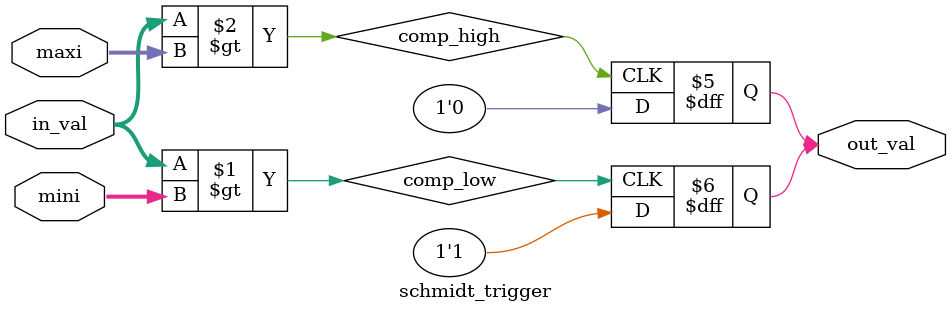
<source format=sv>
module schmidt_trigger(in_val,maxi,mini,out_val);
  input [7:0] in_val;
  input [7:0] maxi;
  input [7:0] mini ; 
  output logic out_val;
  wire comp_low , comp_high ;
  assign comp_low = (in_val > mini);
  assign comp_high = (in_val > maxi);
  
  always @(negedge comp_low) begin
    out_val = 1'b1 ;
  end
  
  always @(posedge comp_high) begin
    out_val = 1'b0 ;
  end
  
endmodule
</source>
